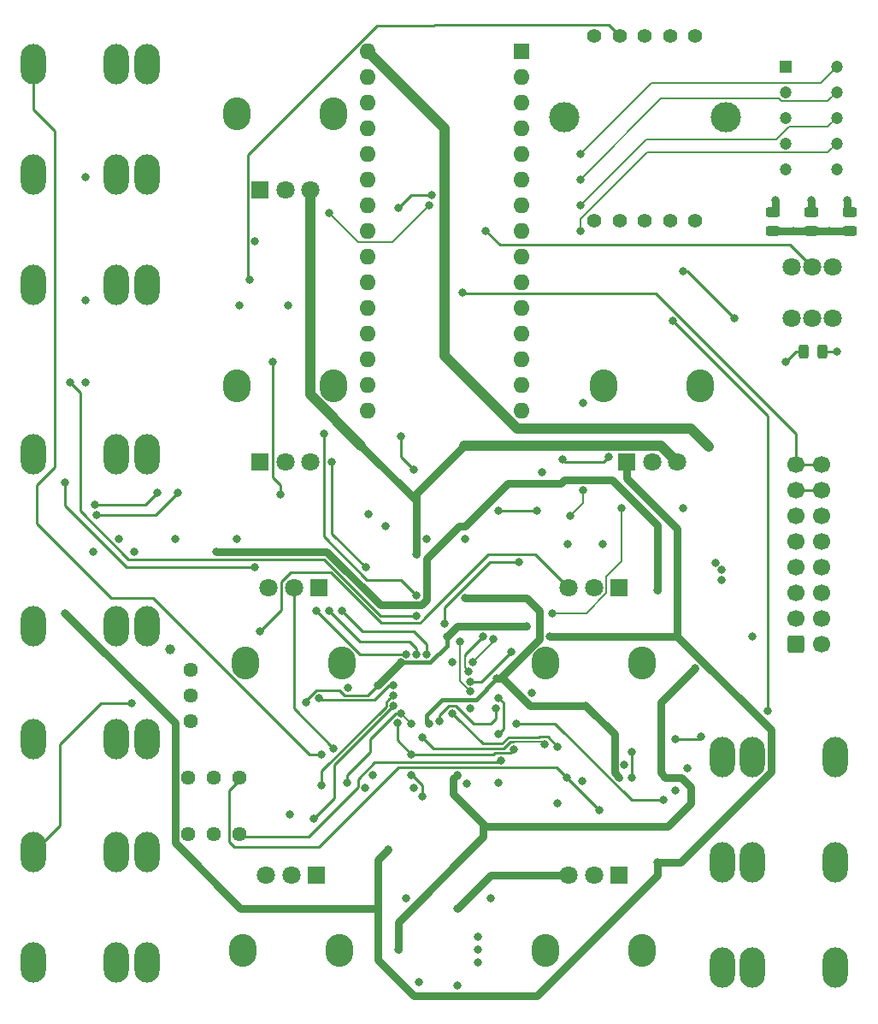
<source format=gbr>
%TF.GenerationSoftware,KiCad,Pcbnew,7.0.2*%
%TF.CreationDate,2023-06-19T11:50:49-04:00*%
%TF.ProjectId,SSI2130_Oscillator,53534932-3133-4305-9f4f-7363696c6c61,rev?*%
%TF.SameCoordinates,Original*%
%TF.FileFunction,Copper,L1,Top*%
%TF.FilePolarity,Positive*%
%FSLAX46Y46*%
G04 Gerber Fmt 4.6, Leading zero omitted, Abs format (unit mm)*
G04 Created by KiCad (PCBNEW 7.0.2) date 2023-06-19 11:50:49*
%MOMM*%
%LPD*%
G01*
G04 APERTURE LIST*
G04 Aperture macros list*
%AMRoundRect*
0 Rectangle with rounded corners*
0 $1 Rounding radius*
0 $2 $3 $4 $5 $6 $7 $8 $9 X,Y pos of 4 corners*
0 Add a 4 corners polygon primitive as box body*
4,1,4,$2,$3,$4,$5,$6,$7,$8,$9,$2,$3,0*
0 Add four circle primitives for the rounded corners*
1,1,$1+$1,$2,$3*
1,1,$1+$1,$4,$5*
1,1,$1+$1,$6,$7*
1,1,$1+$1,$8,$9*
0 Add four rect primitives between the rounded corners*
20,1,$1+$1,$2,$3,$4,$5,0*
20,1,$1+$1,$4,$5,$6,$7,0*
20,1,$1+$1,$6,$7,$8,$9,0*
20,1,$1+$1,$8,$9,$2,$3,0*%
G04 Aperture macros list end*
%TA.AperFunction,ComponentPad*%
%ADD10C,1.800000*%
%TD*%
%TA.AperFunction,SMDPad,CuDef*%
%ADD11RoundRect,0.243750X-0.243750X-0.456250X0.243750X-0.456250X0.243750X0.456250X-0.243750X0.456250X0*%
%TD*%
%TA.AperFunction,SMDPad,CuDef*%
%ADD12RoundRect,0.243750X0.456250X-0.243750X0.456250X0.243750X-0.456250X0.243750X-0.456250X-0.243750X0*%
%TD*%
%TA.AperFunction,ComponentPad*%
%ADD13R,1.200000X1.200000*%
%TD*%
%TA.AperFunction,ComponentPad*%
%ADD14C,1.200000*%
%TD*%
%TA.AperFunction,ComponentPad*%
%ADD15O,2.500000X4.000000*%
%TD*%
%TA.AperFunction,ComponentPad*%
%ADD16C,1.440000*%
%TD*%
%TA.AperFunction,ComponentPad*%
%ADD17O,2.720000X3.240000*%
%TD*%
%TA.AperFunction,ComponentPad*%
%ADD18R,1.800000X1.800000*%
%TD*%
%TA.AperFunction,ComponentPad*%
%ADD19C,1.400000*%
%TD*%
%TA.AperFunction,ComponentPad*%
%ADD20C,3.000000*%
%TD*%
%TA.AperFunction,ComponentPad*%
%ADD21R,1.600000X1.600000*%
%TD*%
%TA.AperFunction,ComponentPad*%
%ADD22O,1.600000X1.600000*%
%TD*%
%TA.AperFunction,ComponentPad*%
%ADD23RoundRect,0.250000X-0.600000X-0.600000X0.600000X-0.600000X0.600000X0.600000X-0.600000X0.600000X0*%
%TD*%
%TA.AperFunction,ComponentPad*%
%ADD24C,1.700000*%
%TD*%
%TA.AperFunction,ViaPad*%
%ADD25C,0.800000*%
%TD*%
%TA.AperFunction,ViaPad*%
%ADD26C,1.000000*%
%TD*%
%TA.AperFunction,Conductor*%
%ADD27C,0.250000*%
%TD*%
%TA.AperFunction,Conductor*%
%ADD28C,0.200000*%
%TD*%
%TA.AperFunction,Conductor*%
%ADD29C,0.750000*%
%TD*%
%TA.AperFunction,Conductor*%
%ADD30C,1.000000*%
%TD*%
%TA.AperFunction,Conductor*%
%ADD31C,0.400000*%
%TD*%
G04 APERTURE END LIST*
D10*
%TO.P,SW1,1,A*%
%TO.N,unconnected-(SW1-A-Pad1)*%
X107292000Y-50615000D03*
%TO.P,SW1,2,B*%
%TO.N,Net-(U6A--)*%
X109292000Y-50615000D03*
%TO.P,SW1,3,C*%
%TO.N,Net-(R57-Pad2)*%
X111292000Y-50615000D03*
%TO.P,SW1,4,A*%
%TO.N,unconnected-(SW1-A-Pad4)*%
X107292000Y-55615000D03*
%TO.P,SW1,5,B*%
%TO.N,ARDUINOPOWER*%
X109292000Y-55615000D03*
%TO.P,SW1,6,C*%
%TO.N,Net-(R90-Pad2)*%
X111292000Y-55615000D03*
%TD*%
D11*
%TO.P,D16,1,K*%
%TO.N,GND*%
X108424500Y-58928000D03*
%TO.P,D16,2,A*%
%TO.N,Net-(D16-A)*%
X110299500Y-58928000D03*
%TD*%
D12*
%TO.P,D13,1,K*%
%TO.N,GND*%
X113030000Y-46990000D03*
%TO.P,D13,2,A*%
%TO.N,Net-(D13-A)*%
X113030000Y-45115000D03*
%TD*%
%TO.P,D14,1,K*%
%TO.N,GND*%
X109220000Y-46990000D03*
%TO.P,D14,2,A*%
%TO.N,Net-(D14-A)*%
X109220000Y-45115000D03*
%TD*%
%TO.P,D15,1,K*%
%TO.N,GND*%
X105410000Y-46990000D03*
%TO.P,D15,2,A*%
%TO.N,Net-(D15-A)*%
X105410000Y-45115000D03*
%TD*%
D13*
%TO.P,DS1,1,1*%
%TO.N,GND*%
X106680000Y-30734000D03*
D14*
%TO.P,DS1,2,2*%
%TO.N,F*%
X106680000Y-33274000D03*
%TO.P,DS1,3,3*%
%TO.N,G*%
X106680000Y-35814000D03*
%TO.P,DS1,4,4*%
%TO.N,E*%
X106680000Y-38354000D03*
%TO.P,DS1,5,5*%
%TO.N,D*%
X106680000Y-40894000D03*
%TO.P,DS1,6,6*%
%TO.N,GND*%
X111760000Y-40894000D03*
%TO.P,DS1,7,7*%
%TO.N,DP*%
X111760000Y-38354000D03*
%TO.P,DS1,8,8*%
%TO.N,C*%
X111760000Y-35814000D03*
%TO.P,DS1,9,9*%
%TO.N,B*%
X111760000Y-33274000D03*
%TO.P,DS1,10,10*%
%TO.N,A*%
X111760000Y-30734000D03*
%TD*%
D15*
%TO.P,J2,1,1*%
%TO.N,GND*%
X43386000Y-119380000D03*
%TO.P,J2,2,2*%
X40386000Y-119380000D03*
%TO.P,J2,3,3*%
%TO.N,Net-(J2-Pad3)*%
X32186000Y-119380000D03*
%TD*%
%TO.P,J3,1,1*%
%TO.N,GND*%
X43386000Y-69088000D03*
%TO.P,J3,2,2*%
X40386000Y-69088000D03*
%TO.P,J3,3,3*%
%TO.N,Net-(J3-Pad3)*%
X32186000Y-69088000D03*
%TD*%
%TO.P,J6,1,1*%
%TO.N,GND*%
X43386000Y-97282000D03*
%TO.P,J6,2,2*%
%TO.N,unconnected-(J6-Pad2)*%
X40386000Y-97282000D03*
%TO.P,J6,3,3*%
%TO.N,Net-(C1-Pad2)*%
X32186000Y-97282000D03*
%TD*%
%TO.P,J7,1,1*%
%TO.N,GND*%
X100378000Y-109474000D03*
%TO.P,J7,2,2*%
%TO.N,unconnected-(J7-Pad2)*%
X103378000Y-109474000D03*
%TO.P,J7,3,3*%
%TO.N,SIN_OUT*%
X111578000Y-109474000D03*
%TD*%
%TO.P,J8,1,1*%
%TO.N,GND*%
X100378000Y-99060000D03*
%TO.P,J8,2,2*%
%TO.N,unconnected-(J8-Pad2)*%
X103378000Y-99060000D03*
%TO.P,J8,3,3*%
%TO.N,SQUARE_OUT*%
X111578000Y-99060000D03*
%TD*%
%TO.P,J9,1,1*%
%TO.N,GND*%
X100378000Y-119888000D03*
%TO.P,J9,2,2*%
%TO.N,unconnected-(J9-Pad2)*%
X103378000Y-119888000D03*
%TO.P,J9,3,3*%
%TO.N,MIX_OUT*%
X111578000Y-119888000D03*
%TD*%
%TO.P,J10,1,1*%
%TO.N,GND*%
X43386000Y-41402000D03*
%TO.P,J10,2,2*%
%TO.N,unconnected-(J10-Pad2)*%
X40386000Y-41402000D03*
%TO.P,J10,3,3*%
%TO.N,Net-(J10-Pad3)*%
X32186000Y-41402000D03*
%TD*%
%TO.P,J11,1,1*%
%TO.N,GND*%
X43386000Y-52324000D03*
%TO.P,J11,2,2*%
%TO.N,unconnected-(J11-Pad2)*%
X40386000Y-52324000D03*
%TO.P,J11,3,3*%
%TO.N,Net-(J11-Pad3)*%
X32186000Y-52324000D03*
%TD*%
%TO.P,J12,1,1*%
%TO.N,GND*%
X43386000Y-30480000D03*
%TO.P,J12,2,2*%
X40386000Y-30480000D03*
%TO.P,J12,3,3*%
%TO.N,Net-(U3B-+)*%
X32186000Y-30480000D03*
%TD*%
D16*
%TO.P,RV1,1,1*%
%TO.N,VREF*%
X52578000Y-101092000D03*
%TO.P,RV1,2,2*%
%TO.N,Net-(R43-Pad1)*%
X50038000Y-101092000D03*
%TO.P,RV1,3,3*%
%TO.N,GND*%
X47498000Y-101092000D03*
%TD*%
%TO.P,RV2,1,1*%
%TO.N,Net-(U11-EXPO_SCALE)*%
X52578000Y-106680000D03*
%TO.P,RV2,2,2*%
%TO.N,Net-(R45-Pad2)*%
X50038000Y-106680000D03*
%TO.P,RV2,3,3*%
X47498000Y-106680000D03*
%TD*%
D17*
%TO.P,RV4,*%
%TO.N,*%
X62498000Y-118244000D03*
X52898000Y-118244000D03*
D18*
%TO.P,RV4,1,1*%
%TO.N,GND*%
X60198000Y-110744000D03*
D10*
%TO.P,RV4,2,2*%
%TO.N,PWM_CV*%
X57698000Y-110744000D03*
%TO.P,RV4,3,3*%
%TO.N,Net-(J2-Pad3)*%
X55198000Y-110744000D03*
%TD*%
D17*
%TO.P,RV5,*%
%TO.N,*%
X92470000Y-118244000D03*
X82870000Y-118244000D03*
D18*
%TO.P,RV5,1,1*%
%TO.N,GND*%
X90170000Y-110744000D03*
D10*
%TO.P,RV5,2,2*%
%TO.N,PWM_OFFSET*%
X87670000Y-110744000D03*
%TO.P,RV5,3,3*%
%TO.N,+5V*%
X85170000Y-110744000D03*
%TD*%
D17*
%TO.P,RV6,*%
%TO.N,*%
X52310000Y-62350000D03*
X61910000Y-62350000D03*
D18*
%TO.P,RV6,1,1*%
%TO.N,GND*%
X54610000Y-69850000D03*
D10*
%TO.P,RV6,2,2*%
%TO.N,MIX_CV*%
X57110000Y-69850000D03*
%TO.P,RV6,3,3*%
%TO.N,Net-(J3-Pad3)*%
X59610000Y-69850000D03*
%TD*%
D17*
%TO.P,RV7,*%
%TO.N,*%
X88632000Y-62350000D03*
X98232000Y-62350000D03*
D18*
%TO.P,RV7,1,1*%
%TO.N,-5V*%
X90932000Y-69850000D03*
D10*
%TO.P,RV7,2,2*%
%TO.N,MIX_OFFSET*%
X93432000Y-69850000D03*
%TO.P,RV7,3,3*%
%TO.N,+5V*%
X95932000Y-69850000D03*
%TD*%
D17*
%TO.P,RV8,*%
%TO.N,*%
X62752000Y-89796000D03*
X53152000Y-89796000D03*
D18*
%TO.P,RV8,1,1*%
%TO.N,GND*%
X60452000Y-82296000D03*
D10*
%TO.P,RV8,2,2*%
%TO.N,Net-(U3C-+)*%
X57952000Y-82296000D03*
%TO.P,RV8,3,3*%
%TO.N,Net-(J4-Pad3)*%
X55452000Y-82296000D03*
%TD*%
D17*
%TO.P,RV9,*%
%TO.N,*%
X92470000Y-89796000D03*
X82870000Y-89796000D03*
D18*
%TO.P,RV9,1,1*%
%TO.N,GND*%
X90170000Y-82296000D03*
D10*
%TO.P,RV9,2,2*%
%TO.N,TZFM_TZPM_IN*%
X87670000Y-82296000D03*
%TO.P,RV9,3,3*%
%TO.N,Net-(J5-Pad3)*%
X85170000Y-82296000D03*
%TD*%
D17*
%TO.P,RV11,*%
%TO.N,*%
X52310000Y-35426000D03*
X61910000Y-35426000D03*
D18*
%TO.P,RV11,1,1*%
%TO.N,GND*%
X54610000Y-42926000D03*
D10*
%TO.P,RV11,2,2*%
%TO.N,CENTER_PITCH*%
X57110000Y-42926000D03*
%TO.P,RV11,3,3*%
%TO.N,+5V*%
X59610000Y-42926000D03*
%TD*%
D19*
%TO.P,S1,1,C_1*%
%TO.N,Net-(S1-C_1)*%
X97710000Y-45980000D03*
%TO.P,S1,2,2*%
%TO.N,GND*%
X95210000Y-45980000D03*
%TO.P,S1,3,3*%
%TO.N,Net-(R82-Pad1)*%
X92710000Y-45980000D03*
%TO.P,S1,4,4*%
%TO.N,Net-(R79-Pad1)*%
X90210000Y-45980000D03*
%TO.P,S1,5,5*%
%TO.N,Net-(R77-Pad1)*%
X87710000Y-45980000D03*
%TO.P,S1,6,6*%
%TO.N,Net-(R68-Pad1)*%
X87710000Y-27680000D03*
%TO.P,S1,7,7*%
%TO.N,Net-(U10-K)*%
X90210000Y-27680000D03*
%TO.P,S1,8,8*%
%TO.N,unconnected-(S1-Pad8)*%
X92710000Y-27680000D03*
%TO.P,S1,9,9*%
%TO.N,unconnected-(S1-Pad9)*%
X95210000Y-27680000D03*
%TO.P,S1,10,C_2*%
%TO.N,unconnected-(S1-C_2-Pad10)*%
X97710000Y-27680000D03*
D20*
%TO.P,S1,MH1,MH1*%
%TO.N,unconnected-(S1-PadMH1)*%
X84710000Y-35730000D03*
%TO.P,S1,MH2,MH2*%
%TO.N,unconnected-(S1-PadMH2)*%
X100710000Y-35730000D03*
%TD*%
D15*
%TO.P,J5,1,1*%
%TO.N,GND*%
X43386000Y-108458000D03*
%TO.P,J5,2,2*%
%TO.N,Net-(C1-Pad1)*%
X40386000Y-108458000D03*
%TO.P,J5,3,3*%
%TO.N,Net-(J5-Pad3)*%
X32186000Y-108458000D03*
%TD*%
D16*
%TO.P,RV3,1,1*%
%TO.N,GND*%
X47752000Y-90424000D03*
%TO.P,RV3,2,2*%
%TO.N,HFTRIM*%
X47752000Y-92964000D03*
%TO.P,RV3,3,3*%
%TO.N,Net-(U11-HF_TRACK)*%
X47752000Y-95504000D03*
%TD*%
D15*
%TO.P,J4,1,1*%
%TO.N,GND*%
X43386000Y-86106000D03*
%TO.P,J4,2,2*%
X40386000Y-86106000D03*
%TO.P,J4,3,3*%
%TO.N,Net-(J4-Pad3)*%
X32186000Y-86106000D03*
%TD*%
D21*
%TO.P,A1,1,D1/TX*%
%TO.N,unconnected-(A1-D1{slash}TX-Pad1)*%
X80518000Y-29210000D03*
D22*
%TO.P,A1,2,D0/RX*%
%TO.N,unconnected-(A1-D0{slash}RX-Pad2)*%
X80518000Y-31750000D03*
%TO.P,A1,3,~{RESET}*%
%TO.N,unconnected-(A1-~{RESET}-Pad3)*%
X80518000Y-34290000D03*
%TO.P,A1,4,GND*%
%TO.N,GND*%
X80518000Y-36830000D03*
%TO.P,A1,5,D2*%
%TO.N,Net-(A1-D2)*%
X80518000Y-39370000D03*
%TO.P,A1,6,D3*%
%TO.N,Net-(A1-D3)*%
X80518000Y-41910000D03*
%TO.P,A1,7,D4*%
%TO.N,Net-(A1-D4)*%
X80518000Y-44450000D03*
%TO.P,A1,8,D5*%
%TO.N,Net-(A1-D5)*%
X80518000Y-46990000D03*
%TO.P,A1,9,D6*%
%TO.N,Net-(A1-D6)*%
X80518000Y-49530000D03*
%TO.P,A1,10,D7*%
%TO.N,Net-(A1-D7)*%
X80518000Y-52070000D03*
%TO.P,A1,11,D8*%
%TO.N,Net-(A1-D8)*%
X80518000Y-54610000D03*
%TO.P,A1,12,D9*%
%TO.N,Net-(A1-D9)*%
X80518000Y-57150000D03*
%TO.P,A1,13,D10*%
%TO.N,Net-(A1-D10)*%
X80518000Y-59690000D03*
%TO.P,A1,14,D11*%
%TO.N,Net-(A1-D11)*%
X80518000Y-62230000D03*
%TO.P,A1,15,D12*%
%TO.N,Net-(A1-D12)*%
X80518000Y-64770000D03*
%TO.P,A1,16,D13*%
%TO.N,unconnected-(A1-D13-Pad16)*%
X65278000Y-64770000D03*
%TO.P,A1,17,3V3*%
%TO.N,unconnected-(A1-3V3-Pad17)*%
X65278000Y-62230000D03*
%TO.P,A1,18,AREF*%
%TO.N,unconnected-(A1-AREF-Pad18)*%
X65278000Y-59690000D03*
%TO.P,A1,19,A0*%
%TO.N,Net-(A1-A0)*%
X65278000Y-57150000D03*
%TO.P,A1,20,A1*%
%TO.N,unconnected-(A1-A1-Pad20)*%
X65278000Y-54610000D03*
%TO.P,A1,21,A2*%
%TO.N,unconnected-(A1-A2-Pad21)*%
X65278000Y-52070000D03*
%TO.P,A1,22,A3*%
%TO.N,unconnected-(A1-A3-Pad22)*%
X65278000Y-49530000D03*
%TO.P,A1,23,A4*%
%TO.N,unconnected-(A1-A4-Pad23)*%
X65278000Y-46990000D03*
%TO.P,A1,24,A5*%
%TO.N,unconnected-(A1-A5-Pad24)*%
X65278000Y-44450000D03*
%TO.P,A1,25,A6*%
%TO.N,unconnected-(A1-A6-Pad25)*%
X65278000Y-41910000D03*
%TO.P,A1,26,A7*%
%TO.N,unconnected-(A1-A7-Pad26)*%
X65278000Y-39370000D03*
%TO.P,A1,27,+5V*%
%TO.N,unconnected-(A1-+5V-Pad27)*%
X65278000Y-36830000D03*
%TO.P,A1,28,~{RESET}*%
%TO.N,unconnected-(A1-~{RESET}-Pad28)*%
X65278000Y-34290000D03*
%TO.P,A1,29,GND*%
%TO.N,GND*%
X65278000Y-31750000D03*
%TO.P,A1,30,VIN*%
%TO.N,ARDUINOPOWER*%
X65278000Y-29210000D03*
%TD*%
D23*
%TO.P,J1,1,Pin_1*%
%TO.N,Net-(D3-K)*%
X107696000Y-87884000D03*
D24*
%TO.P,J1,2,Pin_2*%
X110236000Y-87884000D03*
%TO.P,J1,3,Pin_3*%
%TO.N,GND*%
X107696000Y-85344000D03*
%TO.P,J1,4,Pin_4*%
X110236000Y-85344000D03*
%TO.P,J1,5,Pin_5*%
X107696000Y-82804000D03*
%TO.P,J1,6,Pin_6*%
X110236000Y-82804000D03*
%TO.P,J1,7,Pin_7*%
X107696000Y-80264000D03*
%TO.P,J1,8,Pin_8*%
X110236000Y-80264000D03*
%TO.P,J1,9,Pin_9*%
%TO.N,Net-(D2-A)*%
X107696000Y-77724000D03*
%TO.P,J1,10,Pin_10*%
X110236000Y-77724000D03*
%TO.P,J1,11,Pin_11*%
%TO.N,Net-(D1-A)*%
X107696000Y-75184000D03*
%TO.P,J1,12,Pin_12*%
X110236000Y-75184000D03*
%TO.P,J1,13,Pin_13*%
%TO.N,Net-(J1-Pin_13)*%
X107696000Y-72644000D03*
%TO.P,J1,14,Pin_14*%
X110236000Y-72644000D03*
%TO.P,J1,15,Pin_15*%
%TO.N,Main_VPO*%
X107696000Y-70104000D03*
%TO.P,J1,16,Pin_16*%
X110236000Y-70104000D03*
%TD*%
D25*
%TO.N,Net-(U10-K)*%
X53594000Y-51816000D03*
%TO.N,Main_VPO*%
X74676000Y-53086000D03*
%TO.N,Net-(U6A--)*%
X71628000Y-43434000D03*
X76962000Y-46990000D03*
%TO.N,GND*%
X106680000Y-59944000D03*
%TO.N,VOLT_PER_OCTAVE*%
X101600000Y-55626000D03*
%TO.N,Net-(D16-A)*%
X111760000Y-58928000D03*
%TO.N,-12V*%
X69850000Y-70612000D03*
X68580000Y-67310000D03*
%TO.N,Net-(U6A--)*%
X68326000Y-44704000D03*
%TO.N,Net-(S1-C_1)*%
X71374000Y-44450000D03*
X61468000Y-45212000D03*
%TO.N,GND*%
X52578000Y-54356000D03*
X57404000Y-54356000D03*
%TO.N,+12V*%
X54102000Y-48006000D03*
%TO.N,-5V*%
X59182000Y-93688500D03*
%TO.N,VOLT_PER_OCTAVE*%
X55884999Y-59944000D03*
%TO.N,GND*%
X85059000Y-78009000D03*
X75070000Y-101740000D03*
X57531000Y-104775000D03*
X96897500Y-100206500D03*
X79502000Y-88646000D03*
X40640000Y-77470000D03*
X75465326Y-91601306D03*
X70384000Y-121386000D03*
X69088000Y-113030000D03*
X107442000Y-46990000D03*
X76200000Y-118110000D03*
X71120000Y-77470000D03*
X63294258Y-92250258D03*
X81534000Y-92710000D03*
X103356000Y-87144000D03*
X65024000Y-102108000D03*
X90678000Y-99822000D03*
X46228000Y-77470000D03*
X96520000Y-74422000D03*
X76200000Y-119380000D03*
X78245000Y-101587000D03*
X74930000Y-77470000D03*
X37338000Y-61976000D03*
X84074000Y-103632000D03*
X69850000Y-102108000D03*
X38100000Y-78740000D03*
X37338000Y-41656000D03*
X77470000Y-113030000D03*
X52307500Y-77486500D03*
X82550000Y-70866000D03*
X110998000Y-46990000D03*
X76200000Y-116840000D03*
X37338000Y-53848000D03*
D26*
X45672000Y-88392000D03*
D25*
X75438000Y-94234000D03*
X73660000Y-89662000D03*
X65363807Y-75015807D03*
X95758000Y-102362000D03*
%TO.N,ARDUINOPOWER*%
X99060000Y-68326000D03*
%TO.N,+12V*%
X99696000Y-79882000D03*
X42164000Y-78740000D03*
X65786000Y-100838000D03*
X67056000Y-76200000D03*
X88581000Y-78043000D03*
X86487000Y-101473000D03*
X74142000Y-121692000D03*
X100330000Y-80516000D03*
X100330000Y-81534000D03*
%TO.N,-12V*%
X97663000Y-90297000D03*
X74168000Y-100838000D03*
X68295000Y-118141000D03*
X93980000Y-82550000D03*
X94742000Y-101092000D03*
X50292000Y-78740000D03*
X84424000Y-71978000D03*
X74930000Y-76200000D03*
%TO.N,Net-(U9--)*%
X82042000Y-74676000D03*
X78245010Y-74689010D03*
%TO.N,TIME_REVERSE*%
X90434500Y-74432500D03*
X83566000Y-84836000D03*
X77724000Y-87376000D03*
X75692000Y-89666000D03*
%TO.N,+5V*%
X71374000Y-95758000D03*
X86868000Y-93980000D03*
X86614000Y-64008000D03*
X70104000Y-78994000D03*
X74930000Y-83312000D03*
X82296000Y-84582000D03*
X90174653Y-101087347D03*
X74155000Y-114059000D03*
X78092000Y-91300000D03*
%TO.N,-5V*%
X67310000Y-108204000D03*
X73152000Y-87122000D03*
X66294000Y-114046000D03*
X81026000Y-86106000D03*
X83312000Y-87122000D03*
X66305675Y-91959675D03*
X35306000Y-84836000D03*
X93980000Y-109474000D03*
X68533299Y-89732051D03*
%TO.N,Net-(U1A--)*%
X84582000Y-69596000D03*
X89154000Y-69349999D03*
X61722000Y-69850000D03*
X65060990Y-80300990D03*
%TO.N,Net-(U11-SOFT_SYNC)*%
X76708000Y-87122000D03*
X70104000Y-83058000D03*
X75298298Y-90615352D03*
X60960000Y-67056000D03*
%TO.N,Net-(Q2-E)*%
X35788000Y-62002000D03*
X70104000Y-85090000D03*
%TO.N,Net-(C35-Pad1)*%
X38443990Y-75145990D03*
X46482000Y-72898000D03*
%TO.N,PWM+*%
X69596000Y-98806000D03*
X70656282Y-103001340D03*
X79756000Y-98298000D03*
X68223953Y-95677990D03*
X69596000Y-100838000D03*
%TO.N,SQO*%
X91440000Y-101092000D03*
X91440000Y-98552000D03*
%TO.N,MIXO*%
X94526010Y-103339990D03*
X80010000Y-95758000D03*
%TO.N,Net-(D10-A)*%
X54102000Y-80264000D03*
X35306000Y-71882000D03*
%TO.N,DP*%
X86360000Y-46990000D03*
%TO.N,C*%
X86360000Y-44450000D03*
%TO.N,B*%
X86360000Y-41910000D03*
%TO.N,A*%
X86360000Y-39370000D03*
%TO.N,Net-(D9-A)*%
X38291000Y-74105000D03*
X44450000Y-72898000D03*
%TO.N,Net-(J5-Pad3)*%
X54610000Y-86614000D03*
X41910000Y-93726000D03*
%TO.N,Net-(D13-A)*%
X112776000Y-43942000D03*
%TO.N,Net-(D14-A)*%
X109220000Y-43942000D03*
%TO.N,Net-(D15-A)*%
X105664000Y-43942000D03*
%TO.N,VREF*%
X88203000Y-104329000D03*
X85028000Y-101154000D03*
%TO.N,LIN_FREQ*%
X72898000Y-85852000D03*
X74422000Y-87630000D03*
X75433371Y-92600798D03*
X80264000Y-79756000D03*
%TO.N,TRI_MIX*%
X60198000Y-84582000D03*
X69088000Y-88900000D03*
%TO.N,PULSE_MIX*%
X71120000Y-88900000D03*
X62738000Y-84582000D03*
%TO.N,SAW_MIX*%
X61468000Y-84582000D03*
X70104000Y-88900000D03*
%TO.N,TRO*%
X68580000Y-94742000D03*
X63246000Y-101600000D03*
X69596000Y-95758000D03*
%TO.N,Net-(U3B-+)*%
X60706000Y-98806000D03*
%TO.N,SINO*%
X73660000Y-94742000D03*
X84074000Y-98044000D03*
%TO.N,Net-(U9-+)*%
X86614000Y-72644000D03*
X85344000Y-75184000D03*
%TO.N,Net-(U11-SINE_IN+)*%
X59944000Y-105156000D03*
X67818000Y-93980000D03*
%TO.N,Net-(U11-BW_COMP)*%
X72393024Y-95500976D03*
X77978000Y-94234000D03*
%TO.N,Net-(U11-SINE_IN-)*%
X60706000Y-101854000D03*
X67818000Y-92964000D03*
%TO.N,Net-(U11-SQUARE_OUT)*%
X82799347Y-97794653D03*
X70725975Y-97168025D03*
%TO.N,Net-(U11-EXPO_SCALE)*%
X78486000Y-99387999D03*
X78232000Y-96774000D03*
X78232000Y-93218000D03*
%TO.N,Net-(U11-HF_TRACK)*%
X67818000Y-91948000D03*
X60452000Y-93218000D03*
%TO.N,Net-(U3C-+)*%
X61907142Y-98229142D03*
%TO.N,TUNER_SIGNAL*%
X95504000Y-55880000D03*
X98298000Y-97028000D03*
X104902000Y-94488000D03*
X95758000Y-97282000D03*
%TO.N,VOLT_PER_OCTAVE*%
X56677001Y-73116999D03*
X96480000Y-50969999D03*
%TD*%
D27*
%TO.N,Net-(U10-K)*%
X71897000Y-26655000D02*
X89185000Y-26655000D01*
X66227009Y-26670000D02*
X71882000Y-26670000D01*
X89185000Y-26655000D02*
X90210000Y-27680000D01*
X53377000Y-39520009D02*
X66227009Y-26670000D01*
X71882000Y-26670000D02*
X71897000Y-26655000D01*
X53377000Y-51599000D02*
X53377000Y-39520009D01*
X53594000Y-51816000D02*
X53377000Y-51599000D01*
%TO.N,Main_VPO*%
X93844305Y-53195000D02*
X74785000Y-53195000D01*
X74785000Y-53195000D02*
X74676000Y-53086000D01*
X107696000Y-67046695D02*
X93844305Y-53195000D01*
X107696000Y-70104000D02*
X107696000Y-67046695D01*
%TO.N,Net-(U6A--)*%
X107082000Y-48405000D02*
X109292000Y-50615000D01*
X78377000Y-48405000D02*
X107082000Y-48405000D01*
X76962000Y-46990000D02*
X78377000Y-48405000D01*
X69596000Y-43434000D02*
X71628000Y-43434000D01*
X68326000Y-44704000D02*
X69596000Y-43434000D01*
%TO.N,GND*%
X107696000Y-58928000D02*
X106680000Y-59944000D01*
X108424500Y-58928000D02*
X107696000Y-58928000D01*
%TO.N,VOLT_PER_OCTAVE*%
X96943999Y-50969999D02*
X96480000Y-50969999D01*
X101600000Y-55626000D02*
X96943999Y-50969999D01*
%TO.N,Net-(D16-A)*%
X111760000Y-58928000D02*
X110299500Y-58928000D01*
%TO.N,Net-(J1-Pin_13)*%
X110236000Y-72644000D02*
X107696000Y-72644000D01*
%TO.N,-12V*%
X68580000Y-69342000D02*
X69850000Y-70612000D01*
X68580000Y-67310000D02*
X68580000Y-69342000D01*
D28*
%TO.N,Net-(S1-C_1)*%
X64346000Y-48090000D02*
X61468000Y-45212000D01*
X67734000Y-48090000D02*
X64346000Y-48090000D01*
X71374000Y-44450000D02*
X67734000Y-48090000D01*
D27*
%TO.N,Net-(U11-HF_TRACK)*%
X67390352Y-91948000D02*
X67818000Y-91948000D01*
X60659258Y-93425258D02*
X65913094Y-93425258D01*
X65913094Y-93425258D02*
X67390352Y-91948000D01*
X60452000Y-93218000D02*
X60659258Y-93425258D01*
%TO.N,-5V*%
X62474695Y-92456000D02*
X62993953Y-92975258D01*
X62993953Y-92975258D02*
X65290092Y-92975258D01*
X60188695Y-92456000D02*
X62474695Y-92456000D01*
X59182000Y-93462695D02*
X60188695Y-92456000D01*
X59182000Y-93688500D02*
X59182000Y-93462695D01*
X65290092Y-92975258D02*
X66305675Y-91959675D01*
%TO.N,VOLT_PER_OCTAVE*%
X55884999Y-71378999D02*
X55884999Y-59944000D01*
D29*
%TO.N,GND*%
X107442000Y-46990000D02*
X105664000Y-46990000D01*
X110998000Y-46990000D02*
X107442000Y-46990000D01*
D27*
X76546694Y-91601306D02*
X79502000Y-88646000D01*
D29*
X112776000Y-46990000D02*
X110998000Y-46990000D01*
D27*
X75465326Y-91601306D02*
X76546694Y-91601306D01*
D30*
%TO.N,ARDUINOPOWER*%
X80075998Y-66548000D02*
X72898000Y-59370002D01*
X72898000Y-36830000D02*
X65278000Y-29210000D01*
X99060000Y-68326000D02*
X97282000Y-66548000D01*
X97282000Y-66548000D02*
X80075998Y-66548000D01*
X72898000Y-59370002D02*
X72898000Y-36830000D01*
D29*
%TO.N,-12V*%
X97282000Y-103632000D02*
X94996000Y-105918000D01*
X93980000Y-76182002D02*
X89466997Y-71668999D01*
X74364315Y-76200000D02*
X71079001Y-79485314D01*
X71079001Y-83526001D02*
X70572001Y-84033001D01*
X93980000Y-82550000D02*
X93980000Y-76182002D01*
X94742000Y-101092000D02*
X96339998Y-101092000D01*
X89466997Y-71668999D02*
X84733001Y-71668999D01*
X79152000Y-71978000D02*
X74930000Y-76200000D01*
X66507001Y-84033001D02*
X68793001Y-84033001D01*
X76708000Y-107001002D02*
X68295000Y-115414002D01*
X94274999Y-93685001D02*
X97663000Y-90297000D01*
X84733001Y-71668999D02*
X84424000Y-71978000D01*
X73768001Y-101237999D02*
X74168000Y-100838000D01*
X94274999Y-100624999D02*
X94274999Y-93685001D01*
X96339998Y-101092000D02*
X97282000Y-102034002D01*
X71079001Y-79485314D02*
X71079001Y-83526001D01*
X50292000Y-78740000D02*
X61214000Y-78740000D01*
X76962000Y-105918000D02*
X73768001Y-102724001D01*
X61214000Y-78740000D02*
X66507001Y-84033001D01*
X74930000Y-76200000D02*
X74364315Y-76200000D01*
X94996000Y-105918000D02*
X76962000Y-105918000D01*
X68295000Y-115414002D02*
X68295000Y-118141000D01*
X76708000Y-105918000D02*
X76708000Y-107001002D01*
X76962000Y-105918000D02*
X76708000Y-105918000D01*
X70572001Y-84033001D02*
X68793001Y-84033001D01*
X73768001Y-102724001D02*
X73768001Y-101237999D01*
X94742000Y-101092000D02*
X94274999Y-100624999D01*
X84424000Y-71978000D02*
X79152000Y-71978000D01*
X97282000Y-102034002D02*
X97282000Y-103632000D01*
D27*
%TO.N,Net-(U9--)*%
X82042000Y-74676000D02*
X78258020Y-74676000D01*
X78258020Y-74676000D02*
X78245010Y-74689010D01*
D28*
%TO.N,TIME_REVERSE*%
X86906002Y-84836000D02*
X83566000Y-84836000D01*
X90434500Y-79691498D02*
X88900000Y-81225998D01*
X88900000Y-81225998D02*
X88900000Y-82842002D01*
X88900000Y-82842002D02*
X86906002Y-84836000D01*
X77724000Y-87634000D02*
X77724000Y-87376000D01*
X90434500Y-74432500D02*
X90434500Y-79691498D01*
X75692000Y-89666000D02*
X77724000Y-87634000D01*
D29*
%TO.N,+5V*%
X74930000Y-83312000D02*
X81026000Y-83312000D01*
X89702999Y-96814999D02*
X86868000Y-93980000D01*
D30*
X59610000Y-63223294D02*
X64636705Y-68249999D01*
D31*
X78092000Y-91300000D02*
X75991201Y-93400799D01*
D29*
X81026000Y-83312000D02*
X82296000Y-84582000D01*
D30*
X74853999Y-68249999D02*
X94331999Y-68249999D01*
D29*
X85170000Y-110744000D02*
X77470000Y-110744000D01*
X81360998Y-93980000D02*
X78680998Y-91300000D01*
X90174653Y-101087347D02*
X89702999Y-100615693D01*
D31*
X75991201Y-93400799D02*
X72657516Y-93400799D01*
D29*
X77470000Y-110744000D02*
X74155000Y-114059000D01*
X82296000Y-84582000D02*
X82296000Y-87373483D01*
X70104000Y-73717294D02*
X70104000Y-72999998D01*
D30*
X94331999Y-68249999D02*
X95932000Y-69850000D01*
D29*
X78680998Y-91300000D02*
X78092000Y-91300000D01*
D31*
X71120000Y-94938315D02*
X71120000Y-95504000D01*
D29*
X70104000Y-73717294D02*
X64636705Y-68249999D01*
X86868000Y-93980000D02*
X81360998Y-93980000D01*
X82296000Y-87373483D02*
X78369483Y-91300000D01*
X70104000Y-78994000D02*
X70104000Y-73717294D01*
D30*
X59610000Y-42926000D02*
X59610000Y-63223294D01*
D29*
X78369483Y-91300000D02*
X78092000Y-91300000D01*
D31*
X72657516Y-93400799D02*
X71120000Y-94938315D01*
D29*
X70104000Y-72999998D02*
X74853999Y-68249999D01*
X89702999Y-100615693D02*
X89702999Y-96814999D01*
%TO.N,-5V*%
X66305675Y-91959675D02*
X68533299Y-89732051D01*
X105203010Y-100565943D02*
X105203010Y-96394008D01*
X95931002Y-76499002D02*
X95931002Y-87122000D01*
D31*
X71471951Y-89732051D02*
X73152000Y-88052002D01*
D29*
X95931002Y-87122000D02*
X89408000Y-87122000D01*
X105203010Y-96394008D02*
X95931002Y-87122000D01*
X90932000Y-69850000D02*
X90932000Y-71500000D01*
X90932000Y-71500000D02*
X95931002Y-76499002D01*
X66294000Y-114046000D02*
X66294000Y-109220000D01*
X74168000Y-86106000D02*
X73152000Y-87122000D01*
X35306000Y-84836000D02*
X46202999Y-95732999D01*
D31*
X68533299Y-89732051D02*
X71471951Y-89732051D01*
D29*
X52693398Y-114046000D02*
X66294000Y-114046000D01*
X46202999Y-107555601D02*
X52693398Y-114046000D01*
D31*
X73152000Y-88052002D02*
X73152000Y-87122000D01*
D29*
X69867999Y-122715001D02*
X66294000Y-119141002D01*
X83312000Y-87122000D02*
X89408000Y-87122000D01*
X93980000Y-109474000D02*
X93980000Y-110744000D01*
X66294000Y-109220000D02*
X67310000Y-108204000D01*
X93980000Y-109474000D02*
X96294953Y-109474000D01*
X82008999Y-122715001D02*
X69867999Y-122715001D01*
X96294953Y-109474000D02*
X105203010Y-100565943D01*
X46202999Y-95732999D02*
X46202999Y-107555601D01*
X81026000Y-86106000D02*
X74168000Y-86106000D01*
X66294000Y-119141002D02*
X66294000Y-114046000D01*
X93980000Y-110744000D02*
X82008999Y-122715001D01*
D27*
%TO.N,Net-(U1A--)*%
X61722000Y-69850000D02*
X61722000Y-76962000D01*
X61722000Y-76962000D02*
X65060990Y-80300990D01*
X84836000Y-69850000D02*
X84582000Y-69596000D01*
X88653999Y-69850000D02*
X89154000Y-69349999D01*
X88653999Y-69850000D02*
X84836000Y-69850000D01*
%TO.N,Net-(U11-SOFT_SYNC)*%
X65220998Y-81534000D02*
X60960000Y-77273002D01*
X60960000Y-77273002D02*
X60960000Y-67056000D01*
D28*
X74898299Y-90215353D02*
X74898299Y-89122299D01*
D27*
X68580000Y-81534000D02*
X70104000Y-83058000D01*
D28*
X75298298Y-90615352D02*
X74898299Y-90215353D01*
D27*
X74898299Y-88931701D02*
X74898299Y-89122299D01*
X76708000Y-87122000D02*
X74898299Y-88931701D01*
X68580000Y-81534000D02*
X65220998Y-81534000D01*
%TO.N,Net-(Q2-E)*%
X60986038Y-79502000D02*
X66574038Y-85090000D01*
X66574038Y-85090000D02*
X67564000Y-85090000D01*
X70104000Y-85090000D02*
X67564000Y-85090000D01*
X36830000Y-63044000D02*
X36830000Y-74733002D01*
X35788000Y-62002000D02*
X36830000Y-63044000D01*
X36830000Y-74733002D02*
X41598998Y-79502000D01*
X41598998Y-79502000D02*
X60986038Y-79502000D01*
%TO.N,Net-(C35-Pad1)*%
X44234010Y-75145990D02*
X46482000Y-72898000D01*
X38443990Y-75145990D02*
X44234010Y-75145990D01*
%TO.N,PWM+*%
X79391002Y-98662998D02*
X79502000Y-98552000D01*
X69653002Y-100838000D02*
X69596000Y-100838000D01*
X79104998Y-98662998D02*
X77867002Y-98662998D01*
X70656282Y-103001340D02*
X70656282Y-101841280D01*
X79104998Y-98662998D02*
X79391002Y-98662998D01*
X68223953Y-95677990D02*
X68223953Y-97433953D01*
X79756000Y-98298000D02*
X79502000Y-98552000D01*
X69596000Y-98806000D02*
X77724000Y-98806000D01*
X77724000Y-98806000D02*
X77867002Y-98662998D01*
X68223953Y-97433953D02*
X69596000Y-98806000D01*
X70656282Y-101841280D02*
X69653002Y-100838000D01*
%TO.N,SQO*%
X91440000Y-101092000D02*
X91440000Y-98552000D01*
%TO.N,MIXO*%
X94526010Y-103339990D02*
X91401990Y-103339990D01*
X91401990Y-103339990D02*
X83820000Y-95758000D01*
X83820000Y-95758000D02*
X80010000Y-95758000D01*
%TO.N,Net-(D10-A)*%
X41402000Y-80264000D02*
X35306000Y-74168000D01*
X35306000Y-71882000D02*
X35306000Y-72447685D01*
X42614998Y-80264000D02*
X41402000Y-80264000D01*
X35306000Y-74168000D02*
X35306000Y-72447685D01*
X42614998Y-80264000D02*
X54102000Y-80264000D01*
D28*
%TO.N,DP*%
X92955997Y-39254001D02*
X110859999Y-39254001D01*
X86360000Y-46990000D02*
X86360000Y-45849998D01*
X110859999Y-39254001D02*
X111760000Y-38354000D01*
X86360000Y-45849998D02*
X92955997Y-39254001D01*
%TO.N,C*%
X105779999Y-37921999D02*
X106987997Y-36714001D01*
X86360000Y-44450000D02*
X92888001Y-37921999D01*
X106987997Y-36714001D02*
X110859999Y-36714001D01*
X110859999Y-36714001D02*
X111760000Y-35814000D01*
X92888001Y-37921999D02*
X105779999Y-37921999D01*
%TO.N,B*%
X86360000Y-41910000D02*
X94340001Y-33929999D01*
X110859999Y-34174001D02*
X111760000Y-33274000D01*
X94340001Y-33929999D02*
X106003997Y-33929999D01*
X106003997Y-33929999D02*
X106247999Y-34174001D01*
X106247999Y-34174001D02*
X110859999Y-34174001D01*
%TO.N,A*%
X93356001Y-32373999D02*
X110120001Y-32373999D01*
X86360000Y-39370000D02*
X93356001Y-32373999D01*
X110120001Y-32373999D02*
X111760000Y-30734000D01*
D27*
%TO.N,Net-(D9-A)*%
X43243000Y-74105000D02*
X44450000Y-72898000D01*
X38291000Y-74105000D02*
X43243000Y-74105000D01*
%TO.N,Net-(J5-Pad3)*%
X34798000Y-105846000D02*
X32186000Y-108458000D01*
X81904999Y-79030999D02*
X77179001Y-79030999D01*
X41910000Y-93726000D02*
X38862000Y-93726000D01*
X61619628Y-80772000D02*
X57662998Y-80772000D01*
X77179001Y-79030999D02*
X70829001Y-85380999D01*
X66662629Y-85815001D02*
X61619628Y-80772000D01*
X85170000Y-82296000D02*
X81904999Y-79030999D01*
X70829001Y-85438001D02*
X70452001Y-85815001D01*
X38862000Y-93726000D02*
X34798000Y-97790000D01*
X57662998Y-80772000D02*
X56726999Y-81707999D01*
X70829001Y-85380999D02*
X70829001Y-85438001D01*
X70452001Y-85815001D02*
X66662629Y-85815001D01*
X34798000Y-97790000D02*
X34798000Y-105846000D01*
X56726999Y-84497001D02*
X54610000Y-86614000D01*
X56726999Y-81707999D02*
X56726999Y-84497001D01*
D29*
%TO.N,Net-(D13-A)*%
X112776000Y-45115000D02*
X112776000Y-43942000D01*
%TO.N,Net-(D14-A)*%
X109220000Y-43942000D02*
X109220000Y-45115000D01*
%TO.N,Net-(D15-A)*%
X105664000Y-45115000D02*
X105664000Y-43942000D01*
D27*
%TO.N,Main_VPO*%
X110236000Y-70104000D02*
X107696000Y-70104000D01*
%TO.N,VREF*%
X83986999Y-100112999D02*
X68289001Y-100112999D01*
X52578000Y-101346000D02*
X51532999Y-102391001D01*
X85028000Y-101154000D02*
X83986999Y-100112999D01*
X52076399Y-107979001D02*
X60422999Y-107979001D01*
X60422999Y-107979001D02*
X67564000Y-100838000D01*
X51532999Y-107435601D02*
X52076399Y-107979001D01*
X51532999Y-102391001D02*
X51532999Y-107435601D01*
X88203000Y-104329000D02*
X85028000Y-101154000D01*
X68289001Y-100112999D02*
X67564000Y-100838000D01*
%TO.N,LIN_FREQ*%
X77412998Y-79756000D02*
X80264000Y-79756000D01*
D28*
X75433371Y-92600798D02*
X74422000Y-91589427D01*
D27*
X72898000Y-84270998D02*
X77412998Y-79756000D01*
D28*
X74422000Y-91589427D02*
X74422000Y-87630000D01*
D27*
X72898000Y-85852000D02*
X72898000Y-84270998D01*
%TO.N,TRI_MIX*%
X64516000Y-88900000D02*
X69088000Y-88900000D01*
X60198000Y-84582000D02*
X64516000Y-88900000D01*
%TO.N,PULSE_MIX*%
X71120000Y-87884000D02*
X69850000Y-86614000D01*
X64770000Y-86614000D02*
X62738000Y-84582000D01*
X69850000Y-86614000D02*
X64770000Y-86614000D01*
X71120000Y-88900000D02*
X71120000Y-87884000D01*
%TO.N,SAW_MIX*%
X70104000Y-88334315D02*
X69399685Y-87630000D01*
X69399685Y-87630000D02*
X64516000Y-87630000D01*
X70104000Y-88900000D02*
X70104000Y-88334315D01*
X64516000Y-87630000D02*
X61468000Y-84582000D01*
D28*
%TO.N,TRO*%
X68580000Y-94742000D02*
X69596000Y-95758000D01*
D27*
X63246000Y-100838000D02*
X65532000Y-98552000D01*
X65024000Y-99060000D02*
X65532000Y-98552000D01*
X65532000Y-98552000D02*
X65532000Y-97296941D01*
X63246000Y-101600000D02*
X63246000Y-100838000D01*
X68086941Y-94742000D02*
X68580000Y-94742000D01*
X65532000Y-97296941D02*
X68086941Y-94742000D01*
%TO.N,Net-(U3B-+)*%
X32512000Y-72136000D02*
X32512000Y-75946000D01*
X60706000Y-98806000D02*
X59519037Y-98806000D01*
X59519037Y-98806000D02*
X44025037Y-83312000D01*
X34290000Y-37084000D02*
X34290000Y-70358000D01*
X44025037Y-83312000D02*
X39878000Y-83312000D01*
X32512000Y-75946000D02*
X39878000Y-83312000D01*
X32186000Y-34980000D02*
X34290000Y-37084000D01*
X32186000Y-30480000D02*
X32186000Y-34980000D01*
X34290000Y-70358000D02*
X32512000Y-72136000D01*
%TO.N,SINO*%
X79226573Y-97118015D02*
X78581610Y-97762978D01*
X82180986Y-97143014D02*
X82155986Y-97118014D01*
X74168000Y-95250000D02*
X73660000Y-94742000D01*
X82254348Y-97069652D02*
X82180986Y-97143014D01*
X83099652Y-97069652D02*
X82254348Y-97069652D01*
X84074000Y-98044000D02*
X83099652Y-97069652D01*
X82155986Y-97118014D02*
X79226573Y-97118015D01*
X78581610Y-97762978D02*
X76680978Y-97762978D01*
X76680978Y-97762978D02*
X74168000Y-95250000D01*
D28*
%TO.N,Net-(U9-+)*%
X86614000Y-72644000D02*
X86614000Y-73914000D01*
X86614000Y-73914000D02*
X85344000Y-75184000D01*
D27*
%TO.N,Net-(U11-SINE_IN+)*%
X61976000Y-99822000D02*
X61976000Y-103124000D01*
X67818000Y-93980000D02*
X61976000Y-99822000D01*
X61976000Y-103124000D02*
X59944000Y-105156000D01*
%TO.N,Net-(U11-BW_COMP)*%
X77978000Y-94234000D02*
X77978000Y-94234000D01*
X75749002Y-95758000D02*
X74008001Y-94016999D01*
X72393024Y-94935291D02*
X72393024Y-95500976D01*
X77978000Y-95250000D02*
X77470000Y-95758000D01*
X77978000Y-94234000D02*
X77978000Y-95250000D01*
X73311316Y-94016999D02*
X72393024Y-94935291D01*
X74008001Y-94016999D02*
X73311316Y-94016999D01*
X77470000Y-95758000D02*
X75749002Y-95758000D01*
%TO.N,Net-(U11-SINE_IN-)*%
X60706000Y-100455590D02*
X67092999Y-94068591D01*
X60706000Y-101854000D02*
X60706000Y-100455590D01*
X67818000Y-92964000D02*
X67418001Y-93363999D01*
X67092999Y-93631999D02*
X67389500Y-93335498D01*
X67092999Y-94068591D02*
X67092999Y-93631999D01*
D28*
%TO.N,Net-(U11-SQUARE_OUT)*%
X79788024Y-97568024D02*
X82572718Y-97568024D01*
D27*
X71770938Y-98212988D02*
X70725975Y-97168025D01*
X78768010Y-98212988D02*
X71770938Y-98212988D01*
D28*
X82572718Y-97568024D02*
X82799347Y-97794653D01*
D27*
X79788024Y-97568024D02*
X79412974Y-97568024D01*
D28*
X70725975Y-97168025D02*
X71125974Y-97568024D01*
D27*
X79412974Y-97568024D02*
X78768010Y-98212988D01*
%TO.N,Net-(U11-EXPO_SCALE)*%
X78232000Y-96774000D02*
X78703001Y-96302999D01*
X64298999Y-101251999D02*
X65982998Y-99568000D01*
X64298999Y-102071001D02*
X64298999Y-101251999D01*
X59436000Y-106934000D02*
X64298999Y-102071001D01*
X78703001Y-93689001D02*
X78232000Y-93218000D01*
X52578000Y-106934000D02*
X59436000Y-106934000D01*
X78305999Y-99568000D02*
X78486000Y-99387999D01*
X78703001Y-96302999D02*
X78703001Y-93689001D01*
X65982998Y-99568000D02*
X78305999Y-99568000D01*
%TO.N,Net-(U3C-+)*%
X57952000Y-94274000D02*
X57952000Y-82296000D01*
X61907142Y-98229142D02*
X57952000Y-94274000D01*
%TO.N,TUNER_SIGNAL*%
X95504000Y-55880000D02*
X104902000Y-65278000D01*
X104902000Y-65278000D02*
X104902000Y-94488000D01*
X95758000Y-97282000D02*
X98044000Y-97282000D01*
X98044000Y-97282000D02*
X98298000Y-97028000D01*
%TO.N,VOLT_PER_OCTAVE*%
X56642000Y-72136000D02*
X55884999Y-71378999D01*
X56642000Y-72136000D02*
X56642000Y-73081998D01*
X56642000Y-73081998D02*
X56677001Y-73116999D01*
%TD*%
M02*

</source>
